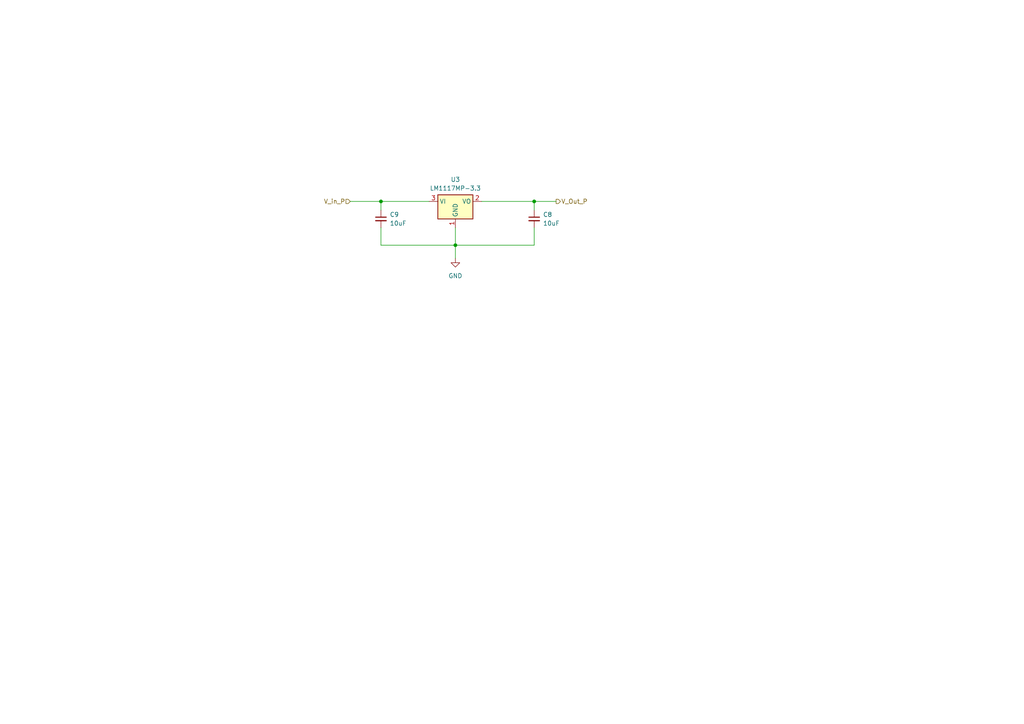
<source format=kicad_sch>
(kicad_sch (version 20230121) (generator eeschema)
  (paper "A4")
  (lib_symbols
    (symbol "Device:C_Small" (pin_numbers hide) (pin_names (offset 0.254) hide)
      (property "Reference" "C" (at 0.254 1.778 0))
      (property "Value" "C_Small" (at 0.254 -2.032 0))
      (symbol "C_Small_0_1"
        (polyline (pts (xy -1.524 -0.508) (xy 1.524 -0.508)) (stroke (width 0.3302)))
        (polyline (pts (xy -1.524 0.508) (xy 1.524 0.508)) (stroke (width 0.3048)))
      )
      (symbol "C_Small_1_1"
        (pin passive line (at 0 2.54 270) (length 2.032) (name "~") (number "1"))
        (pin passive line (at 0 -2.54 90) (length 2.032) (name "~") (number "2"))
      )
    )
    (symbol "Regulator_Linear:LM1117MP-3.3"
      (property "Reference" "U" (at -3.81 3.175 0))
      (property "Value" "LM1117MP-3.3" (at 0 3.175 0))
      (symbol "LM1117MP-3.3_0_1"
        (rectangle (start -5.08 -5.08) (end 5.08 1.905) (stroke (width 0.254)) (fill (type background)))
      )
      (symbol "LM1117MP-3.3_1_1"
        (pin power_in line (at 0 -7.62 90) (length 2.54) (name "GND") (number "1"))
        (pin power_out line (at 7.62 0 180) (length 2.54) (name "VO") (number "2"))
        (pin power_in line (at -7.62 0 0) (length 2.54) (name "VI") (number "3"))
      )
    )
    (symbol "power:GND" (power) (pin_names (offset 0))
      (property "Value" "GND" (at 0 -3.81 0))
      (symbol "GND_0_1"
        (polyline (pts (xy 0 0) (xy 0 -1.27) (xy 1.27 -1.27) (xy 0 -2.54) (xy -1.27 -1.27) (xy 0 -1.27)))
      )
      (symbol "GND_1_1"
        (pin power_in line (at 0 0 270) (length 0) hide (name "GND") (number "1"))
      )
    )
  )
  (junction (at 110.49 58.42))
  (junction (at 132.08 71.12))
  (junction (at 154.94 58.42))
  (wire (pts (xy 132.08 71.12) (xy 110.49 71.12)))
  (wire (pts (xy 154.94 71.12) (xy 132.08 71.12)))
  (wire (pts (xy 132.08 71.12) (xy 132.08 74.93)))
  (wire (pts (xy 110.49 58.42) (xy 110.49 60.96)))
  (wire (pts (xy 154.94 58.42) (xy 154.94 60.96)))
  (wire (pts (xy 139.7 58.42) (xy 154.94 58.42)))
  (wire (pts (xy 101.6 58.42) (xy 110.49 58.42)))
  (wire (pts (xy 110.49 71.12) (xy 110.49 66.04)))
  (wire (pts (xy 154.94 58.42) (xy 161.29 58.42)))
  (wire (pts (xy 154.94 66.04) (xy 154.94 71.12)))
  (wire (pts (xy 132.08 66.04) (xy 132.08 71.12)))
  (wire (pts (xy 124.46 58.42) (xy 110.49 58.42)))
  (hierarchical_label "V_in_P" (shape input) (at 101.6 58.42 180))
  (hierarchical_label "V_Out_P" (shape output) (at 161.29 58.42 0))
  (symbol (lib_id "Regulator_Linear:LM1117MP-3.3") (at 132.08 58.42 0) (unit 1)
    (property "Reference" "U3" (at 132.08 52.07 0))
    (property "Value" "LM1117MP-3.3" (at 132.08 54.61 0))
    (property "Footprint" "Package_TO_SOT_SMD:SOT-223-3_TabPin2" (effects hide))
    (property "Datasheet" "http://www.ti.com/lit/ds/symlink/lm1117.pdf" (effects hide))
    (instances (project "Suspension_telemetry" (path "" (reference "U3") (unit 1)) (path "" (reference "U4") (unit 1))))
  )
  (symbol (lib_id "power:GND") (at 132.08 74.93 0) (unit 1)
    (property "Reference" "#PWR04" (effects hide))
    (property "Value" "GND" (at 132.08 80.01 0))
    (instances (project "Suspension_telemetry" (path "" (reference "#PWR04") (unit 1)) (path "" (reference "#PWR018") (unit 1)) (path "" (reference "#PWR07") (unit 1))))
  )
  (symbol (lib_id "Device:C_Small") (at 154.94 63.5 0) (unit 1)
    (property "Reference" "C8" (at 157.48 62.2363 0) (effects (justify left)))
    (property "Value" "10uF" (at 157.48 64.7763 0) (effects (justify left)))
    (property "Footprint" "Capacitor_SMD:C_1206_3216Metric_Pad1.33x1.80mm_HandSolder" (effects hide))
    (instances (project "Suspension_telemetry" (path "" (reference "C8") (unit 1)) (path "" (reference "C11") (unit 1))))
  )
  (symbol (lib_id "Device:C_Small") (at 110.49 63.5 0) (unit 1)
    (property "Reference" "C9" (at 113.03 62.2363 0) (effects (justify left)))
    (property "Value" "10uF" (at 113.03 64.7763 0) (effects (justify left)))
    (property "Footprint" "Capacitor_SMD:C_1206_3216Metric_Pad1.33x1.80mm_HandSolder" (effects hide))
    (instances (project "Suspension_telemetry" (path "" (reference "C9") (unit 1)) (path "" (reference "C10") (unit 1))))
  )
)
</source>
